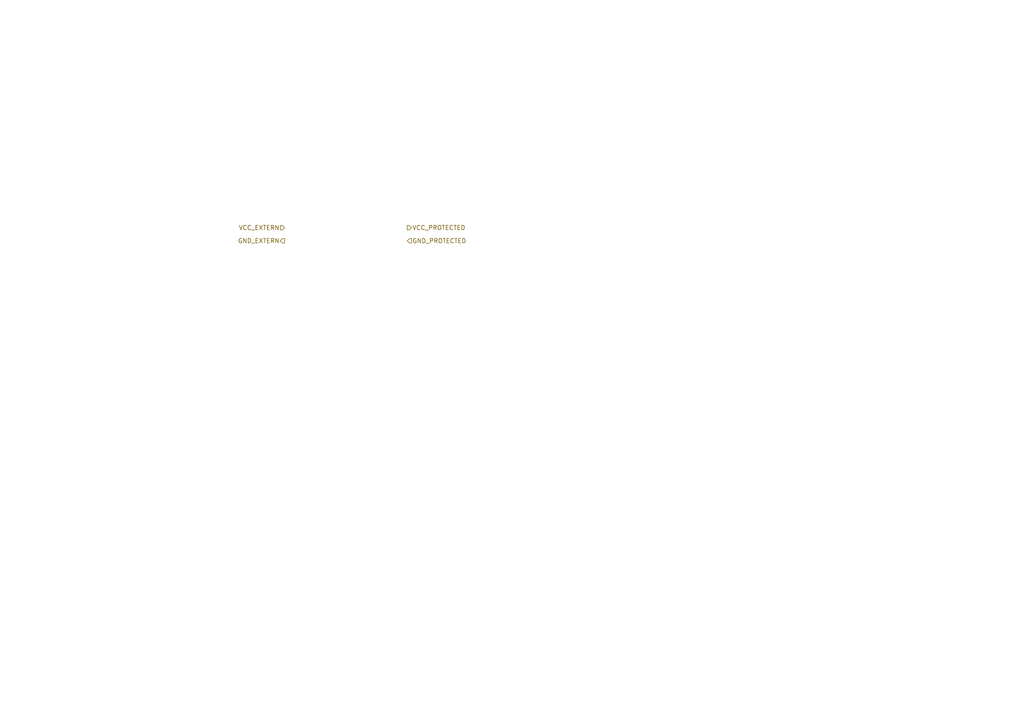
<source format=kicad_sch>
(kicad_sch (version 20211123) (generator eeschema)
  (paper "A4")
  (lib_symbols)
  (hierarchical_label "VCC_PROTECTED" (shape output) (at 118.11 66.04 0))
  (hierarchical_label "GND_EXTERN" (shape output) (at 82.55 69.85 180))
  (hierarchical_label "GND_PROTECTED" (shape input) (at 118.11 69.85 0))
  (hierarchical_label "VCC_EXTERN" (shape input) (at 82.55 66.04 180))
)
</source>
